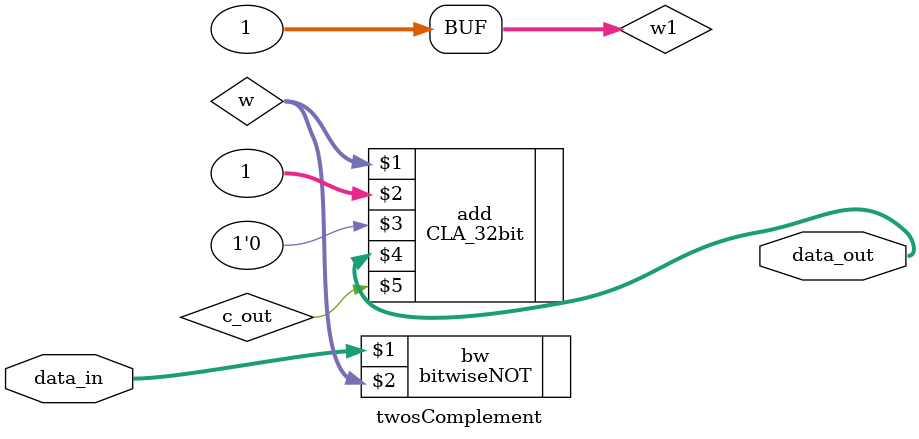
<source format=v>
module twosComplement(data_in, data_out);

input [31:0] data_in;
output [31:0] data_out;
wire [31:0] w;
wire [31:0] w1 = 32'd1;
wire c_out;

bitwiseNOT bw(data_in, w);
CLA_32bit add(w, w1, 1'b0, data_out, c_out);

endmodule
</source>
